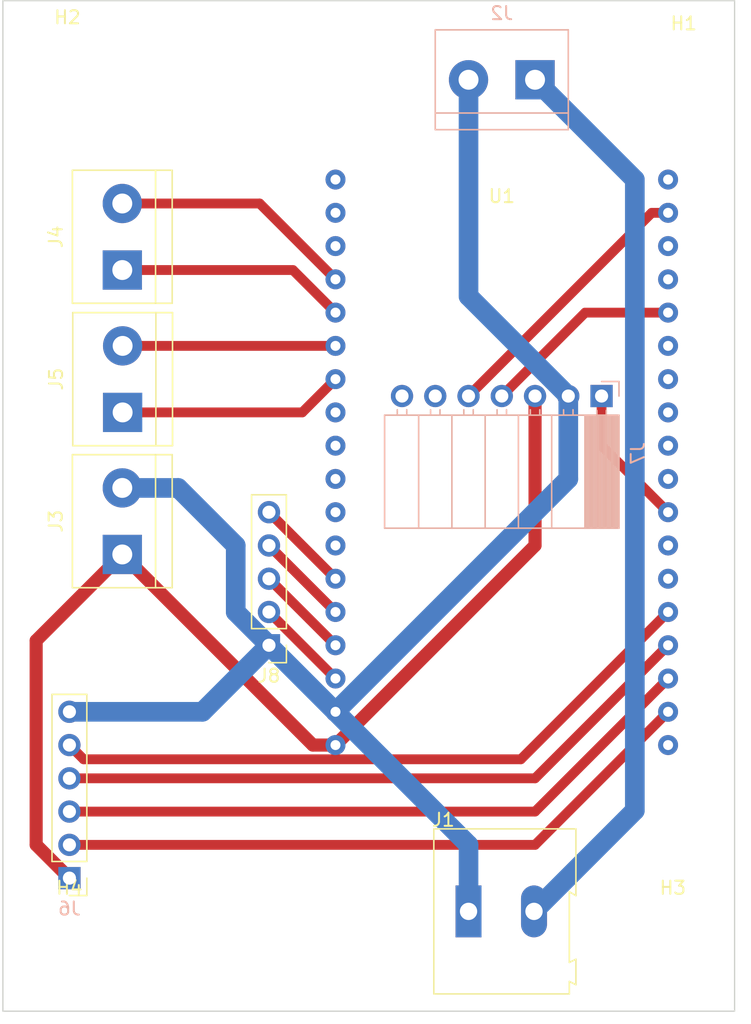
<source format=kicad_pcb>
(kicad_pcb (version 20211014) (generator pcbnew)
  (layers (0 "F.Cu" signal) (31 "B.Cu" signal) (34 "B.Paste" user) (35 "F.Paste" user) (36 "B.SilkS" user "B.Silkscreen") (37 "F.SilkS" user "F.Silkscreen") (38 "B.Mask" user) (39 "F.Mask" user) (44 "Edge.Cuts" user))
  (net 0 "")
  (net 1 "+12V")
  (net 2 "GND")
  (net 3 "+5V")
  (net 4 "Net-(J4-Pad1)")
  (net 5 "Net-(J4-Pad2)")
  (net 6 "Net-(J5-Pad1)")
  (net 7 "Net-(J5-Pad2)")
  (net 10 "Net-(J6-Pad2)")
  (net 11 "Net-(J6-Pad3)")
  (net 12 "Net-(J6-Pad4)")
  (net 13 "Net-(J6-Pad5)")
  (net 14 "Net-(J7-Pad1)")
  (net 15 "Net-(J7-Pad4)")
  (net 16 "Net-(J7-Pad5)")
  (net 17 "Net-(J8-Pad2)")
  (net 18 "Net-(J8-Pad3)")
  (net 19 "Net-(J8-Pad4)")
  (net 20 "Net-(J8-Pad5)")
  (footprint "MountingHole:MountingHole_3.2mm_M3_DIN965" (layer "F.Cu") (at 168.8338 63)
    (fp_text reference "H1" (at 0 -3.8) (layer "F.SilkS"))
    (fp_text value "MountingHole")
    (pad "" np_thru_hole circle (at 0 0) (size 3.2 3.2) (drill 3.2) (layers *.Cu *.Mask))
  )
  (footprint "MountingHole:MountingHole_3.2mm_M3_DIN965" (layer "F.Cu") (at 121.92 129)
    (fp_text reference "H4" (at 0 -3.8) (layer "F.SilkS"))
    (fp_text value "MountingHole")
    (pad "" np_thru_hole circle (at 0 0) (size 3.2 3.2) (drill 3.2) (layers *.Cu *.Mask))
  )
  (footprint "MountingHole:MountingHole_3.2mm_M3_DIN965" (layer "F.Cu") (at 121.7676 62.5348)
    (fp_text reference "H2" (at 0 -3.8) (layer "F.SilkS"))
    (fp_text value "MountingHole")
    (pad "" np_thru_hole circle (at 0 0) (size 3.2 3.2) (drill 3.2) (layers *.Cu *.Mask))
  )
  (footprint "TerminalBlock:TerminalBlock_bornier-2_P5.08mm" (layer "F.Cu") (at 125.9586 78.0288 90)
    (fp_text reference "J4" (at 2.54 -5.08 90) (layer "F.SilkS"))
    (fp_text value "Sensor_1_2")
    (fp_line (start 7.62 -3.81) (end -2.54 -3.81) (layer "F.SilkS") (width 0.12))
    (fp_line (start -2.54 -3.81) (end -2.54 3.81) (layer "F.SilkS") (width 0.12))
    (fp_line (start 7.62 3.81) (end 7.62 -3.81) (layer "F.SilkS") (width 0.12))
    (fp_line (start -2.54 3.81) (end 7.62 3.81) (layer "F.SilkS") (width 0.12))
    (fp_line (start 7.62 2.54) (end -2.54 2.54) (layer "F.SilkS") (width 0.12))
    (pad "1" thru_hole rect (at 0 0 90) (size 3 3) (drill 1.52) (layers *.Cu *.Mask) (net 4 "Net-(J4-Pad1)"))
    (pad "2" thru_hole circle (at 5.08 0 90) (size 3 3) (drill 1.52) (layers *.Cu *.Mask) (net 5 "Net-(J4-Pad2)"))
  )
  (footprint "Connector_PinHeader_2.54mm:PinHeader_1x05_P2.54mm_Vertical" (layer "F.Cu") (at 137.16 106.68 180)
    (fp_text reference "J8" (at 0 -2.33) (layer "F.SilkS"))
    (fp_text value "Buttons")
    (fp_line (start -1.33 -1.33) (end 0 -1.33) (layer "F.SilkS") (width 0.12))
    (fp_line (start -1.33 11.49) (end 1.33 11.49) (layer "F.SilkS") (width 0.12))
    (fp_line (start -1.33 0) (end -1.33 -1.33) (layer "F.SilkS") (width 0.12))
    (fp_line (start 1.33 1.27) (end 1.33 11.49) (layer "F.SilkS") (width 0.12))
    (fp_line (start -1.33 1.27) (end -1.33 11.49) (layer "F.SilkS") (width 0.12))
    (fp_line (start -1.33 1.27) (end 1.33 1.27) (layer "F.SilkS") (width 0.12))
    (pad "1" thru_hole rect (at 0 0 180) (size 1.7 1.7) (drill 1) (layers *.Cu *.Mask) (net 2 "GND"))
    (pad "2" thru_hole oval (at 0 2.54 180) (size 1.7 1.7) (drill 1) (layers *.Cu *.Mask) (net 17 "Net-(J8-Pad2)"))
    (pad "3" thru_hole oval (at 0 5.08 180) (size 1.7 1.7) (drill 1) (layers *.Cu *.Mask) (net 18 "Net-(J8-Pad3)"))
    (pad "4" thru_hole oval (at 0 7.62 180) (size 1.7 1.7) (drill 1) (layers *.Cu *.Mask) (net 19 "Net-(J8-Pad4)"))
    (pad "5" thru_hole oval (at 0 10.16 180) (size 1.7 1.7) (drill 1) (layers *.Cu *.Mask) (net 20 "Net-(J8-Pad5)"))
  )
  (footprint "Connector_PinHeader_2.54mm:PinHeader_1x06_P2.54mm_Vertical" (layer "F.Cu") (at 121.92 124.46 180)
    (fp_text reference "J6" (at 0 -2.33) (layer "B.SilkS") (effects (justify mirror)))
    (fp_text value "Relayboard")
    (fp_line (start 1.33 1.27) (end 1.33 14.03) (layer "F.SilkS") (width 0.12))
    (fp_line (start -1.33 1.27) (end -1.33 14.03) (layer "F.SilkS") (width 0.12))
    (fp_line (start -1.33 1.27) (end 1.33 1.27) (layer "F.SilkS") (width 0.12))
    (fp_line (start -1.33 0) (end -1.33 -1.33) (layer "F.SilkS") (width 0.12))
    (fp_line (start -1.33 -1.33) (end 0 -1.33) (layer "F.SilkS") (width 0.12))
    (fp_line (start -1.33 14.03) (end 1.33 14.03) (layer "F.SilkS") (width 0.12))
    (pad "1" thru_hole rect (at 0 0 180) (size 1.7 1.7) (drill 1) (layers *.Cu *.Mask) (net 3 "+5V"))
    (pad "2" thru_hole oval (at 0 2.54 180) (size 1.7 1.7) (drill 1) (layers *.Cu *.Mask) (net 10 "Net-(J6-Pad2)"))
    (pad "3" thru_hole oval (at 0 5.08 180) (size 1.7 1.7) (drill 1) (layers *.Cu *.Mask) (net 11 "Net-(J6-Pad3)"))
    (pad "4" thru_hole oval (at 0 7.62 180) (size 1.7 1.7) (drill 1) (layers *.Cu *.Mask) (net 12 "Net-(J6-Pad4)"))
    (pad "5" thru_hole oval (at 0 10.16 180) (size 1.7 1.7) (drill 1) (layers *.Cu *.Mask) (net 13 "Net-(J6-Pad5)"))
    (pad "6" thru_hole oval (at 0 12.7 180) (size 1.7 1.7) (drill 1) (layers *.Cu *.Mask) (net 2 "GND"))
  )
  (footprint "TerminalBlock:TerminalBlock_Altech_AK300-2_P5.00mm" (layer "F.Cu") (at 152.4 127)
    (fp_text reference "J1" (at -1.92 -6.99) (layer "F.SilkS"))
    (fp_text value "12Vin")
    (fp_line (start 8.2 5.6) (end 8.2 3.7) (layer "F.SilkS") (width 0.12))
    (fp_line (start -2.65 -6.3) (end -2.65 6.3) (layer "F.SilkS") (width 0.12))
    (fp_line (start 8.2 3.7) (end 8.2 3.65) (layer "F.SilkS") (width 0.12))
    (fp_line (start 7.7 -1.5) (end 8.2 -1.2) (layer "F.SilkS") (width 0.12))
    (fp_line (start 7.7 5.35) (end 8.2 5.6) (layer "F.SilkS") (width 0.12))
    (fp_line (start 7.7 3.9) (end 7.7 -1.5) (layer "F.SilkS") (width 0.12))
    (fp_line (start 7.7 6.3) (end 7.7 5.35) (layer "F.SilkS") (width 0.12))
    (fp_line (start 8.2 3.65) (end 7.7 3.9) (layer "F.SilkS") (width 0.12))
    (fp_line (start -2.65 6.3) (end 7.7 6.3) (layer "F.SilkS") (width 0.12))
    (fp_line (start 8.2 -6.3) (end -2.65 -6.3) (layer "F.SilkS") (width 0.12))
    (fp_line (start 8.2 -1.2) (end 8.2 -6.3) (layer "F.SilkS") (width 0.12))
    (pad "1" thru_hole rect (at 0 0) (size 1.98 3.96) (drill 1.32) (layers *.Cu *.Mask) (net 2 "GND"))
    (pad "2" thru_hole oval (at 5 0) (size 1.98 3.96) (drill 1.32) (layers *.Cu *.Mask) (net 1 "+12V"))
  )
  (footprint "TerminalBlock:TerminalBlock_bornier-2_P5.08mm" (layer "F.Cu") (at 125.9586 99.7458 90)
    (fp_text reference "J3" (at 2.54 -5.08 90) (layer "F.SilkS"))
    (fp_text value "Sensor_VCC_GND")
    (fp_line (start 7.62 3.81) (end 7.62 -3.81) (layer "F.SilkS") (width 0.12))
    (fp_line (start 7.62 2.54) (end -2.54 2.54) (layer "F.SilkS") (width 0.12))
    (fp_line (start -2.54 3.81) (end 7.62 3.81) (layer "F.SilkS") (width 0.12))
    (fp_line (start 7.62 -3.81) (end -2.54 -3.81) (layer "F.SilkS") (width 0.12))
    (fp_line (start -2.54 -3.81) (end -2.54 3.81) (layer "F.SilkS") (width 0.12))
    (pad "1" thru_hole rect (at 0 0 90) (size 3 3) (drill 1.52) (layers *.Cu *.Mask) (net 3 "+5V"))
    (pad "2" thru_hole circle (at 5.08 0 90) (size 3 3) (drill 1.52) (layers *.Cu *.Mask) (net 2 "GND"))
  )
  (footprint "TerminalBlock:TerminalBlock_bornier-2_P5.08mm" (layer "F.Cu") (at 125.984 88.9 90)
    (fp_text reference "J5" (at 2.54 -5.08 90) (layer "F.SilkS"))
    (fp_text value "Sensor_3_4")
    (fp_line (start -2.54 -3.81) (end -2.54 3.81) (layer "F.SilkS") (width 0.12))
    (fp_line (start 7.62 3.81) (end 7.62 -3.81) (layer "F.SilkS") (width 0.12))
    (fp_line (start 7.62 -3.81) (end -2.54 -3.81) (layer "F.SilkS") (width 0.12))
    (fp_line (start -2.54 3.81) (end 7.62 3.81) (layer "F.SilkS") (width 0.12))
    (fp_line (start 7.62 2.54) (end -2.54 2.54) (layer "F.SilkS") (width 0.12))
    (pad "1" thru_hole rect (at 0 0 90) (size 3 3) (drill 1.52) (layers *.Cu *.Mask) (net 6 "Net-(J5-Pad1)"))
    (pad "2" thru_hole circle (at 5.08 0 90) (size 3 3) (drill 1.52) (layers *.Cu *.Mask) (net 7 "Net-(J5-Pad2)"))
  )
  (footprint "MountingHole:MountingHole_3.2mm_M3_DIN965" (layer "F.Cu") (at 168 129)
    (fp_text reference "H3" (at 0 -3.8) (layer "F.SilkS"))
    (fp_text value "MountingHole")
    (pad "" np_thru_hole circle (at 0 0) (size 3.2 3.2) (drill 3.2) (layers *.Cu *.Mask))
  )
  (footprint "doit-esp32-devkit-kicad-master:ESP32-DOIT-DEVKIT" (layer "F.Cu") (at 154.94 68.58)
    (fp_text reference "U1" (at 0 3.81) (layer "F.SilkS"))
    (fp_text value "DOIT-ESP32-DEVKIT-V1")
    (pad "1" thru_hole circle locked (at -12.7 2.54) (size 1.524 1.524) (drill 0.762) (layers *.Cu *.Mask))
    (pad "2" thru_hole circle locked (at -12.7 5.08) (size 1.524 1.524) (drill 0.762) (layers *.Cu *.Mask))
    (pad "3" thru_hole circle locked (at -12.7 7.62) (size 1.524 1.524) (drill 0.762) (layers *.Cu *.Mask))
    (pad "4" thru_hole circle locked (at -12.7 10.16) (size 1.524 1.524) (drill 0.762) (layers *.Cu *.Mask) (net 5 "Net-(J4-Pad2)"))
    (pad "5" thru_hole circle locked (at -12.7 12.7) (size 1.524 1.524) (drill 0.762) (layers *.Cu *.Mask) (net 4 "Net-(J4-Pad1)"))
    (pad "6" thru_hole circle locked (at -12.7 15.24) (size 1.524 1.524) (drill 0.762) (layers *.Cu *.Mask) (net 7 "Net-(J5-Pad2)"))
    (pad "7" thru_hole circle locked (at -12.7 17.78) (size 1.524 1.524) (drill 0.762) (layers *.Cu *.Mask) (net 6 "Net-(J5-Pad1)"))
    (pad "8" thru_hole circle locked (at -12.7 20.32) (size 1.524 1.524) (drill 0.762) (layers *.Cu *.Mask))
    (pad "9" thru_hole circle locked (at -12.7 22.86) (size 1.524 1.524) (drill 0.762) (layers *.Cu *.Mask))
    (pad "10" thru_hole circle locked (at -12.7 25.4) (size 1.524 1.524) (drill 0.762) (layers *.Cu *.Mask))
    (pad "11" thru_hole circle locked (at -12.7 27.94) (size 1.524 1.524) (drill 0.762) (layers *.Cu *.Mask))
    (pad "12" thru_hole circle locked (at -12.7 30.48) (size 1.524 1.524) (drill 0.762) (layers *.Cu *.Mask))
    (pad "13" thru_hole circle locked (at -12.7 33.02) (size 1.524 1.524) (drill 0.762) (layers *.Cu *.Mask) (net 20 "Net-(J8-Pad5)"))
    (pad "14" thru_hole circle locked (at -12.7 35.56) (size 1.524 1.524) (drill 0.762) (layers *.Cu *.Mask) (net 19 "Net-(J8-Pad4)"))
    (pad "15" thru_hole circle locked (at -12.7 38.1) (size 1.524 1.524) (drill 0.762) (layers *.Cu *.Mask) (net 18 "Net-(J8-Pad3)"))
    (pad "16" thru_hole circle locked (at -12.7 40.64) (size 1.524 1.524) (drill 0.762) (layers *.Cu *.Mask) (net 17 "Net-(J8-Pad2)"))
    (pad "17" thru_hole circle locked (at -12.7 43.18) (size 1.524 1.524) (drill 0.762) (layers *.Cu *.Mask) (net 2 "GND"))
    (pad "18" thru_hole circle locked (at -12.7 45.72) (size 1.524 1.524) (drill 0.762) (layers *.Cu *.Mask) (net 3 "+5V"))
    (pad "19" thru_hole circle locked (at 12.7 45.72) (size 1.524 1.524) (drill 0.762) (layers *.Cu *.Mask))
    (pad "20" thru_hole circle locked (at 12.7 43.18) (size 1.524 1.524) (drill 0.762) (layers *.Cu *.Mask) (net 10 "Net-(J6-Pad2)"))
    (pad "21" thru_hole circle locked (at 12.7 40.64) (size 1.524 1.524) (drill 0.762) (layers *.Cu *.Mask) (net 11 "Net-(J6-Pad3)"))
    (pad "22" thru_hole circle locked (at 12.7 38.1) (size 1.524 1.524) (drill 0.762) (layers *.Cu *.Mask) (net 12 "Net-(J6-Pad4)"))
    (pad "23" thru_hole circle locked (at 12.7 35.56) (size 1.524 1.524) (drill 0.762) (layers *.Cu *.Mask) (net 13 "Net-(J6-Pad5)"))
    (pad "24" thru_hole circle locked (at 12.7 33.02) (size 1.524 1.524) (drill 0.762) (layers *.Cu *.Mask))
    (pad "25" thru_hole circle locked (at 12.7 30.48) (size 1.524 1.524) (drill 0.762) (layers *.Cu *.Mask))
    (pad "26" thru_hole circle locked (at 12.7 27.94) (size 1.524 1.524) (drill 0.762) (layers *.Cu *.Mask) (net 14 "Net-(J7-Pad1)"))
    (pad "27" thru_hole circle locked (at 12.7 25.4) (size 1.524 1.524) (drill 0.762) (layers *.Cu *.Mask))
    (pad "28" thru_hole circle locked (at 12.7 22.86) (size 1.524 1.524) (drill 0.762) (layers *.Cu *.Mask))
    (pad "29" thru_hole circle locked (at 12.7 20.32) (size 1.524 1.524) (drill 0.762) (layers *.Cu *.Mask))
    (pad "30" thru_hole circle locked (at 12.7 17.78) (size 1.524 1.524) (drill 0.762) (layers *.Cu *.Mask))
    (pad "31" thru_hole circle locked (at 12.7 15.24) (size 1.524 1.524) (drill 0.762) (layers *.Cu *.Mask))
    (pad "32" thru_hole circle locked (at 12.7 12.7) (size 1.524 1.524) (drill 0.762) (layers *.Cu *.Mask) (net 15 "Net-(J7-Pad4)"))
    (pad "33" thru_hole circle locked (at 12.7 10.16) (size 1.524 1.524) (drill 0.762) (layers *.Cu *.Mask))
    (pad "34" thru_hole circle locked (at 12.7 7.62) (size 1.524 1.524) (drill 0.762) (layers *.Cu *.Mask))
    (pad "35" thru_hole circle locked (at 12.7 5.08) (size 1.524 1.524) (drill 0.762) (layers *.Cu *.Mask) (net 16 "Net-(J7-Pad5)"))
    (pad "36" thru_hole circle locked (at 12.7 2.54) (size 1.524 1.524) (drill 0.762) (layers *.Cu *.Mask))
  )
  (footprint "Connector_PinSocket_2.54mm:PinSocket_1x07_P2.54mm_Horizontal" (layer "B.Cu") (at 162.56 87.65 90)
    (fp_text reference "J7" (at -4.38 2.77 90) (layer "B.SilkS") (effects (justify mirror)))
    (fp_text value "RTC")
    (fp_line (start 1.11 1.33) (end 1.11 0) (layer "B.SilkS") (width 0.12))
    (fp_line (start -10.09 -0.797615) (end -1.46 -0.797615) (layer "B.SilkS") (width 0.12))
    (fp_line (start -1.46 -2.18) (end -1.05 -2.18) (layer "B.SilkS") (width 0.12))
    (fp_line (start -10.09 0.383335) (end -1.46 0.383335) (layer "B.SilkS") (width 0.12))
    (fp_line (start -10.09 -6.35) (end -1.46 -6.35) (layer "B.SilkS") (width 0.12))
    (fp_line (start -1.46 -0.36) (end -1.11 -0.36) (layer "B.SilkS") (width 0.12))
    (fp_line (start -1.46 -7.26) (end -1.05 -7.26) (layer "B.SilkS") (width 0.12))
    (fp_line (start -10.09 -8.89) (end -1.46 -8.89) (layer "B.SilkS") (width 0.12))
    (fp_line (start -1.46 -15.6) (end -1.05 -15.6) (layer "B.SilkS") (width 0.12))
    (fp_line (start -10.09 -0.089045) (end -1.46 -0.089045) (layer "B.SilkS") (width 0.12))
    (fp_line (start -10.09 -0.325235) (end -1.46 -0.325235) (layer "B.SilkS") (width 0.12))
    (fp_line (start -10.09 -1.1519) (end -1.46 -1.1519) (layer "B.SilkS") (width 0.12))
    (fp_line (start -10.09 1.091905) (end -1.46 1.091905) (layer "B.SilkS") (width 0.12))
    (fp_line (start -10.09 -0.561425) (end -1.46 -0.561425) (layer "B.SilkS") (width 0.12))
    (fp_line (start -1.46 0.36) (end -1.11 0.36) (layer "B.SilkS") (width 0.12))
    (fp_line (start 0 1.33) (end 1.11 1.33) (layer "B.SilkS") (width 0.12))
    (fp_line (start -10.09 0.02905) (end -1.46 0.02905) (layer "B.SilkS") (width 0.12))
    (fp_line (start -1.46 -4.72) (end -1.05 -4.72) (layer "B.SilkS") (width 0.12))
    (fp_line (start -10.09 -0.67952) (end -1.46 -0.67952) (layer "B.SilkS") (width 0.12))
    (fp_line (start -10.09 -11.43) (end -1.46 -11.43) (layer "B.SilkS") (width 0.12))
    (fp_line (start -1.46 1.33) (end -1.46 -16.57) (layer "B.SilkS") (width 0.12))
    (fp_line (start -10.09 0.619525) (end -1.46 0.619525) (layer "B.SilkS") (width 0.12))
    (fp_line (start -10.09 0.147145) (end -1.46 0.147145) (layer "B.SilkS") (width 0.12))
    (fp_line (start -10.09 -0.20714) (end -1.46 -0.20714) (layer "B.SilkS") (width 0.12))
    (fp_line (start -1.46 -5.44) (end -1.05 -5.44) (layer "B.SilkS") (width 0.12))
    (fp_line (start -1.46 -7.98) (end -1.05 -7.98) (layer "B.SilkS") (width 0.12))
    (fp_line (start -1.46 -9.8) (end -1.05 -9.8) (layer "B.SilkS") (width 0.12))
    (fp_line (start -10.09 0.26524) (end -1.46 0.26524) (layer "B.SilkS") (width 0.12))
    (fp_line (start -1.46 -14.88) (end -1.05 -14.88) (layer "B.SilkS") (width 0.12))
    (fp_line (start -1.46 -10.52) (end -1.05 -10.52) (layer "B.SilkS") (width 0.12))
    (fp_line (start -10.09 -1.033805) (end -1.46 -1.033805) (layer "B.SilkS") (width 0.12))
    (fp_line (start -10.09 -0.91571) (end -1.46 -0.91571) (layer "B.SilkS") (width 0.12))
    (fp_line (start -10.09 1.33) (end -1.46 1.33) (layer "B.SilkS") (width 0.12))
    (fp_line (start -10.09 -13.97) (end -1.46 -13.97) (layer "B.SilkS") (width 0.12))
    (fp_line (start -1.46 -2.9) (end -1.05 -2.9) (layer "B.SilkS") (width 0.12))
    (fp_line (start -10.09 1.33) (end -10.09 -16.57) (layer "B.SilkS") (width 0.12))
    (fp_line (start -10.09 0.50143) (end -1.46 0.50143) (layer "B.SilkS") (width 0.12))
    (fp_line (start -10.09 -3.81) (end -1.46 -3.81) (layer "B.SilkS") (width 0.12))
    (fp_line (start -10.09 0.97381) (end -1.46 0.97381) (layer "B.SilkS") (width 0.12))
    (fp_line (start -10.09 1.21) (end -1.46 1.21) (layer "B.SilkS") (width 0.12))
    (fp_line (start -10.09 0.855715) (end -1.46 0.855715) (layer "B.SilkS") (width 0.12))
    (fp_line (start -10.09 0.73762) (end -1.46 0.73762) (layer "B.SilkS") (width 0.12))
    (fp_line (start -1.46 -13.06) (end -1.05 -13.06) (layer "B.SilkS") (width 0.12))
    (fp_line (start -10.09 -0.44333) (end -1.46 -0.44333) (layer "B.SilkS") (width 0.12))
    (fp_line (start -10.09 -1.27) (end -1.46 -1.27) (layer "B.SilkS") (width 0.12))
    (fp_line (start -10.09 -16.57) (end -1.46 -16.57) (layer "B.SilkS") (width 0.12))
    (fp_line (start -1.46 -12.34) (end -1.05 -12.34) (layer "B.SilkS") (width 0.12))
    (pad "1" thru_hole rect (at 0 0 90) (size 1.7 1.7) (drill 1) (layers *.Cu *.Mask) (net 14 "Net-(J7-Pad1)"))
    (pad "2" thru_hole oval (at 0 -2.54 90) (size 1.7 1.7) (drill 1) (layers *.Cu *.Mask) (net 2 "GND"))
    (pad "3" thru_hole oval (at 0 -5.08 90) (size 1.7 1.7) (drill 1) (layers *.Cu *.Mask) (net 3 "+5V"))
    (pad "4" thru_hole oval (at 0 -7.62 90) (size 1.7 1.7) (drill 1) (layers *.Cu *.Mask) (net 15 "Net-(J7-Pad4)"))
    (pad "5" thru_hole oval (at 0 -10.16 90) (size 1.7 1.7) (drill 1) (layers *.Cu *.Mask) (net 16 "Net-(J7-Pad5)"))
    (pad "6" thru_hole oval (at 0 -12.7 90) (size 1.7 1.7) (drill 1) (layers *.Cu *.Mask))
    (pad "7" thru_hole oval (at 0 -15.24 90) (size 1.7 1.7) (drill 1) (layers *.Cu *.Mask))
  )
  (footprint "TerminalBlock:TerminalBlock_bornier-2_P5.08mm" (layer "B.Cu") (at 157.48 63.5 180)
    (fp_text reference "J2" (at 2.54 5.08) (layer "B.SilkS") (effects (justify mirror)))
    (fp_text value "12V_underside")
    (fp_line (start -2.54 -3.81) (end 7.62 -3.81) (layer "B.SilkS") (width 0.12))
    (fp_line (start 7.62 3.81) (end -2.54 3.81) (layer "B.SilkS") (width 0.12))
    (fp_line (start 7.62 -2.54) (end -2.54 -2.54) (layer "B.SilkS") (width 0.12))
    (fp_line (start -2.54 3.81) (end -2.54 -3.81) (layer "B.SilkS") (width 0.12))
    (fp_line (start 7.62 -3.81) (end 7.62 3.81) (layer "B.SilkS") (width 0.12))
    (pad "1" thru_hole rect (at 0 0 180) (size 3 3) (drill 1.52) (layers *.Cu *.Mask) (net 1 "+12V"))
    (pad "2" thru_hole circle (at 5.08 0 180) (size 3 3) (drill 1.52) (layers *.Cu *.Mask) (net 2 "GND"))
  )
  (gr_rect (start 172.72 57.46) (end 116.84 134.62) (layer "Edge.Cuts") (width 0.1) (fill none))
  (segment (start 165.1 119.3) (end 165.1 71.12) (width 1.5) (layer "B.Cu") (net 1))
  (segment (start 157.4 127) (end 165.1 119.3) (width 1.5) (layer "B.Cu") (net 1))
  (segment (start 165.1 71.12) (end 157.48 63.5) (width 1.5) (layer "B.Cu") (net 1))
  (segment (start 121.92 111.76) (end 132.08 111.76) (width 1.5) (layer "B.Cu") (net 2))
  (segment (start 132.08 111.76) (end 137.16 106.68) (width 1.5) (layer "B.Cu") (net 2))
  (segment (start 137.16 106.68) (end 134.62 104.14) (width 1.5) (layer "B.Cu") (net 2))
  (segment (start 152.4 80.03) (end 160.02 87.65) (width 1.5) (layer "B.Cu") (net 2))
  (segment (start 160.02 93.98) (end 160.02 87.65) (width 1.5) (layer "B.Cu") (net 2))
  (segment (start 130.2258 94.6658) (end 125.9586 94.6658) (width 1.5) (layer "B.Cu") (net 2))
  (segment (start 142.24 111.76) (end 160.02 93.98) (width 1.5) (layer "B.Cu") (net 2))
  (segment (start 152.4 121.92) (end 152.4 127) (width 1.5) (layer "B.Cu") (net 2))
  (segment (start 134.62 104.14) (end 134.62 99.06) (width 1.5) (layer "B.Cu") (net 2))
  (segment (start 152.4 64.262) (end 152.4 80.03) (width 1.5) (layer "B.Cu") (net 2))
  (segment (start 142.24 111.76) (end 152.4 121.92) (width 1.5) (layer "B.Cu") (net 2))
  (segment (start 134.62 99.06) (end 130.2258 94.6658) (width 1.5) (layer "B.Cu") (net 2))
  (segment (start 137.16 106.68) (end 142.24 111.76) (width 1.5) (layer "B.Cu") (net 2))
  (segment (start 119.38 106.3244) (end 119.38 121.92) (width 1) (layer "F.Cu") (net 3))
  (segment (start 157.48 87.65) (end 157.48 99.06) (width 1) (layer "F.Cu") (net 3))
  (segment (start 157.48 99.06) (end 142.24 114.3) (width 1) (layer "F.Cu") (net 3))
  (segment (start 121.92 114.3) (end 123.006511 115.386511) (width 0.75) (layer "F.Cu") (net 3))
  (segment (start 125.9586 99.7458) (end 119.38 106.3244) (width 1) (layer "F.Cu") (net 3))
  (segment (start 156.393489 115.386511) (end 167.64 104.14) (width 0.75) (layer "F.Cu") (net 3))
  (segment (start 140.5128 114.3) (end 142.24 114.3) (width 1) (layer "F.Cu") (net 3))
  (segment (start 125.9586 99.7458) (end 140.5128 114.3) (width 1) (layer "F.Cu") (net 3))
  (segment (start 119.38 121.92) (end 121.92 124.46) (width 1) (layer "F.Cu") (net 3))
  (segment (start 123.006511 115.386511) (end 156.393489 115.386511) (width 0.75) (layer "F.Cu") (net 3))
  (segment (start 125.9586 78.0288) (end 138.9888 78.0288) (width 0.75) (layer "F.Cu") (net 4))
  (segment (start 138.9888 78.0288) (end 142.24 81.28) (width 0.75) (layer "F.Cu") (net 4))
  (segment (start 136.4488 72.9488) (end 125.9586 72.9488) (width 0.75) (layer "F.Cu") (net 5))
  (segment (start 142.24 78.74) (end 136.4488 72.9488) (width 0.75) (layer "F.Cu") (net 5))
  (segment (start 125.984 88.9) (end 139.7 88.9) (width 0.75) (layer "F.Cu") (net 6))
  (segment (start 139.7 88.9) (end 142.24 86.36) (width 0.75) (layer "F.Cu") (net 6))
  (segment (start 125.984 83.82) (end 142.24 83.82) (width 0.75) (layer "F.Cu") (net 7))
  (segment (start 121.92 121.92) (end 157.48 121.92) (width 0.75) (layer "F.Cu") (net 10))
  (segment (start 157.48 121.92) (end 167.64 111.76) (width 0.75) (layer "F.Cu") (net 10))
  (segment (start 157.48 119.38) (end 167.64 109.22) (width 0.75) (layer "F.Cu") (net 11))
  (segment (start 121.92 119.38) (end 157.48 119.38) (width 0.75) (layer "F.Cu") (net 11))
  (segment (start 121.92 116.84) (end 157.48 116.84) (width 0.75) (layer "F.Cu") (net 12))
  (segment (start 157.48 116.84) (end 167.64 106.68) (width 0.75) (layer "F.Cu") (net 12))
  (segment (start 162.56 87.65) (end 162.56 91.44) (width 0.75) (layer "F.Cu") (net 14))
  (segment (start 162.56 91.44) (end 167.64 96.52) (width 0.75) (layer "F.Cu") (net 14))
  (segment (start 167.64 81.28) (end 161.31 81.28) (width 0.75) (layer "F.Cu") (net 15))
  (segment (start 161.31 81.28) (end 154.94 87.65) (width 0.75) (layer "F.Cu") (net 15))
  (segment (start 167.64 73.66) (end 166.39 73.66) (width 0.75) (layer "F.Cu") (net 16))
  (segment (start 166.39 73.66) (end 152.4 87.65) (width 0.75) (layer "F.Cu") (net 16))
  (segment (start 137.16 104.14) (end 142.24 109.22) (width 0.75) (layer "F.Cu") (net 17))
  (segment (start 142.24 106.68) (end 137.16 101.6) (width 0.75) (layer "F.Cu") (net 18))
  (segment (start 142.24 104.14) (end 137.16 99.06) (width 0.75) (layer "F.Cu") (net 19))
  (segment (start 142.24 101.6) (end 137.16 96.52) (width 0.75) (layer "F.Cu") (net 20))
)
</source>
